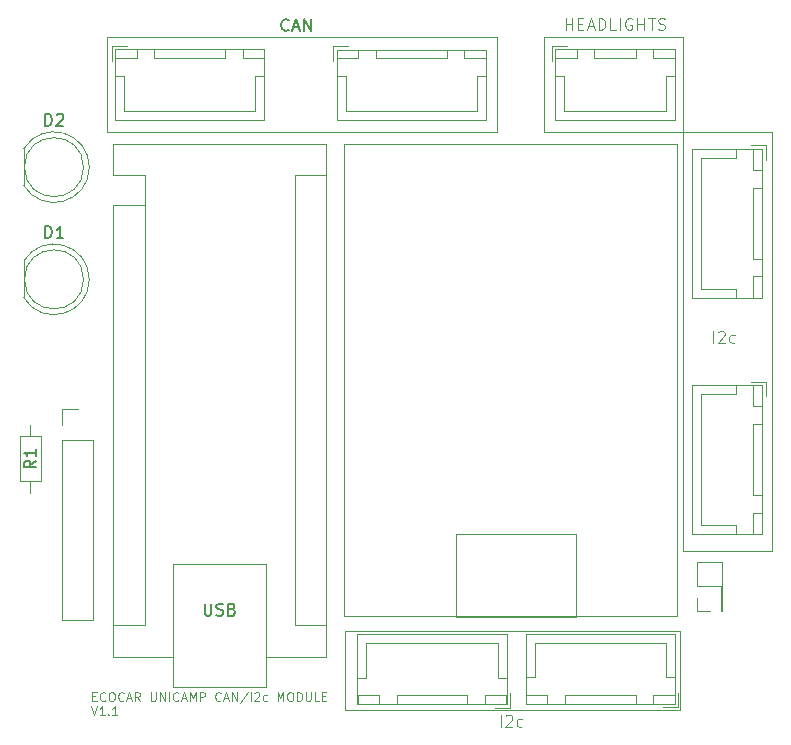
<source format=gbr>
%TF.GenerationSoftware,KiCad,Pcbnew,9.0.0*%
%TF.CreationDate,2025-03-15T15:19:18-03:00*%
%TF.ProjectId,can,63616e2e-6b69-4636-9164-5f7063625858,rev?*%
%TF.SameCoordinates,Original*%
%TF.FileFunction,Legend,Top*%
%TF.FilePolarity,Positive*%
%FSLAX46Y46*%
G04 Gerber Fmt 4.6, Leading zero omitted, Abs format (unit mm)*
G04 Created by KiCad (PCBNEW 9.0.0) date 2025-03-15 15:19:18*
%MOMM*%
%LPD*%
G01*
G04 APERTURE LIST*
%ADD10C,0.100000*%
%ADD11C,0.150000*%
%ADD12C,0.120000*%
G04 APERTURE END LIST*
D10*
X177803884Y-74872419D02*
X177803884Y-73872419D01*
X178232455Y-73967657D02*
X178280074Y-73920038D01*
X178280074Y-73920038D02*
X178375312Y-73872419D01*
X178375312Y-73872419D02*
X178613407Y-73872419D01*
X178613407Y-73872419D02*
X178708645Y-73920038D01*
X178708645Y-73920038D02*
X178756264Y-73967657D01*
X178756264Y-73967657D02*
X178803883Y-74062895D01*
X178803883Y-74062895D02*
X178803883Y-74158133D01*
X178803883Y-74158133D02*
X178756264Y-74300990D01*
X178756264Y-74300990D02*
X178184836Y-74872419D01*
X178184836Y-74872419D02*
X178803883Y-74872419D01*
X179661026Y-74824800D02*
X179565788Y-74872419D01*
X179565788Y-74872419D02*
X179375312Y-74872419D01*
X179375312Y-74872419D02*
X179280074Y-74824800D01*
X179280074Y-74824800D02*
X179232455Y-74777180D01*
X179232455Y-74777180D02*
X179184836Y-74681942D01*
X179184836Y-74681942D02*
X179184836Y-74396228D01*
X179184836Y-74396228D02*
X179232455Y-74300990D01*
X179232455Y-74300990D02*
X179280074Y-74253371D01*
X179280074Y-74253371D02*
X179375312Y-74205752D01*
X179375312Y-74205752D02*
X179565788Y-74205752D01*
X179565788Y-74205752D02*
X179661026Y-74253371D01*
X125244360Y-104802699D02*
X125494360Y-104802699D01*
X125601503Y-105195556D02*
X125244360Y-105195556D01*
X125244360Y-105195556D02*
X125244360Y-104445556D01*
X125244360Y-104445556D02*
X125601503Y-104445556D01*
X126351502Y-105124127D02*
X126315788Y-105159842D01*
X126315788Y-105159842D02*
X126208645Y-105195556D01*
X126208645Y-105195556D02*
X126137217Y-105195556D01*
X126137217Y-105195556D02*
X126030074Y-105159842D01*
X126030074Y-105159842D02*
X125958645Y-105088413D01*
X125958645Y-105088413D02*
X125922931Y-105016984D01*
X125922931Y-105016984D02*
X125887217Y-104874127D01*
X125887217Y-104874127D02*
X125887217Y-104766984D01*
X125887217Y-104766984D02*
X125922931Y-104624127D01*
X125922931Y-104624127D02*
X125958645Y-104552699D01*
X125958645Y-104552699D02*
X126030074Y-104481270D01*
X126030074Y-104481270D02*
X126137217Y-104445556D01*
X126137217Y-104445556D02*
X126208645Y-104445556D01*
X126208645Y-104445556D02*
X126315788Y-104481270D01*
X126315788Y-104481270D02*
X126351502Y-104516984D01*
X126815788Y-104445556D02*
X126958645Y-104445556D01*
X126958645Y-104445556D02*
X127030074Y-104481270D01*
X127030074Y-104481270D02*
X127101502Y-104552699D01*
X127101502Y-104552699D02*
X127137217Y-104695556D01*
X127137217Y-104695556D02*
X127137217Y-104945556D01*
X127137217Y-104945556D02*
X127101502Y-105088413D01*
X127101502Y-105088413D02*
X127030074Y-105159842D01*
X127030074Y-105159842D02*
X126958645Y-105195556D01*
X126958645Y-105195556D02*
X126815788Y-105195556D01*
X126815788Y-105195556D02*
X126744360Y-105159842D01*
X126744360Y-105159842D02*
X126672931Y-105088413D01*
X126672931Y-105088413D02*
X126637217Y-104945556D01*
X126637217Y-104945556D02*
X126637217Y-104695556D01*
X126637217Y-104695556D02*
X126672931Y-104552699D01*
X126672931Y-104552699D02*
X126744360Y-104481270D01*
X126744360Y-104481270D02*
X126815788Y-104445556D01*
X127887216Y-105124127D02*
X127851502Y-105159842D01*
X127851502Y-105159842D02*
X127744359Y-105195556D01*
X127744359Y-105195556D02*
X127672931Y-105195556D01*
X127672931Y-105195556D02*
X127565788Y-105159842D01*
X127565788Y-105159842D02*
X127494359Y-105088413D01*
X127494359Y-105088413D02*
X127458645Y-105016984D01*
X127458645Y-105016984D02*
X127422931Y-104874127D01*
X127422931Y-104874127D02*
X127422931Y-104766984D01*
X127422931Y-104766984D02*
X127458645Y-104624127D01*
X127458645Y-104624127D02*
X127494359Y-104552699D01*
X127494359Y-104552699D02*
X127565788Y-104481270D01*
X127565788Y-104481270D02*
X127672931Y-104445556D01*
X127672931Y-104445556D02*
X127744359Y-104445556D01*
X127744359Y-104445556D02*
X127851502Y-104481270D01*
X127851502Y-104481270D02*
X127887216Y-104516984D01*
X128172931Y-104981270D02*
X128530074Y-104981270D01*
X128101502Y-105195556D02*
X128351502Y-104445556D01*
X128351502Y-104445556D02*
X128601502Y-105195556D01*
X129280073Y-105195556D02*
X129030073Y-104838413D01*
X128851502Y-105195556D02*
X128851502Y-104445556D01*
X128851502Y-104445556D02*
X129137216Y-104445556D01*
X129137216Y-104445556D02*
X129208645Y-104481270D01*
X129208645Y-104481270D02*
X129244359Y-104516984D01*
X129244359Y-104516984D02*
X129280073Y-104588413D01*
X129280073Y-104588413D02*
X129280073Y-104695556D01*
X129280073Y-104695556D02*
X129244359Y-104766984D01*
X129244359Y-104766984D02*
X129208645Y-104802699D01*
X129208645Y-104802699D02*
X129137216Y-104838413D01*
X129137216Y-104838413D02*
X128851502Y-104838413D01*
X130172931Y-104445556D02*
X130172931Y-105052699D01*
X130172931Y-105052699D02*
X130208645Y-105124127D01*
X130208645Y-105124127D02*
X130244360Y-105159842D01*
X130244360Y-105159842D02*
X130315788Y-105195556D01*
X130315788Y-105195556D02*
X130458645Y-105195556D01*
X130458645Y-105195556D02*
X130530074Y-105159842D01*
X130530074Y-105159842D02*
X130565788Y-105124127D01*
X130565788Y-105124127D02*
X130601502Y-105052699D01*
X130601502Y-105052699D02*
X130601502Y-104445556D01*
X130958645Y-105195556D02*
X130958645Y-104445556D01*
X130958645Y-104445556D02*
X131387216Y-105195556D01*
X131387216Y-105195556D02*
X131387216Y-104445556D01*
X131744359Y-105195556D02*
X131744359Y-104445556D01*
X132530073Y-105124127D02*
X132494359Y-105159842D01*
X132494359Y-105159842D02*
X132387216Y-105195556D01*
X132387216Y-105195556D02*
X132315788Y-105195556D01*
X132315788Y-105195556D02*
X132208645Y-105159842D01*
X132208645Y-105159842D02*
X132137216Y-105088413D01*
X132137216Y-105088413D02*
X132101502Y-105016984D01*
X132101502Y-105016984D02*
X132065788Y-104874127D01*
X132065788Y-104874127D02*
X132065788Y-104766984D01*
X132065788Y-104766984D02*
X132101502Y-104624127D01*
X132101502Y-104624127D02*
X132137216Y-104552699D01*
X132137216Y-104552699D02*
X132208645Y-104481270D01*
X132208645Y-104481270D02*
X132315788Y-104445556D01*
X132315788Y-104445556D02*
X132387216Y-104445556D01*
X132387216Y-104445556D02*
X132494359Y-104481270D01*
X132494359Y-104481270D02*
X132530073Y-104516984D01*
X132815788Y-104981270D02*
X133172931Y-104981270D01*
X132744359Y-105195556D02*
X132994359Y-104445556D01*
X132994359Y-104445556D02*
X133244359Y-105195556D01*
X133494359Y-105195556D02*
X133494359Y-104445556D01*
X133494359Y-104445556D02*
X133744359Y-104981270D01*
X133744359Y-104981270D02*
X133994359Y-104445556D01*
X133994359Y-104445556D02*
X133994359Y-105195556D01*
X134351502Y-105195556D02*
X134351502Y-104445556D01*
X134351502Y-104445556D02*
X134637216Y-104445556D01*
X134637216Y-104445556D02*
X134708645Y-104481270D01*
X134708645Y-104481270D02*
X134744359Y-104516984D01*
X134744359Y-104516984D02*
X134780073Y-104588413D01*
X134780073Y-104588413D02*
X134780073Y-104695556D01*
X134780073Y-104695556D02*
X134744359Y-104766984D01*
X134744359Y-104766984D02*
X134708645Y-104802699D01*
X134708645Y-104802699D02*
X134637216Y-104838413D01*
X134637216Y-104838413D02*
X134351502Y-104838413D01*
X136101502Y-105124127D02*
X136065788Y-105159842D01*
X136065788Y-105159842D02*
X135958645Y-105195556D01*
X135958645Y-105195556D02*
X135887217Y-105195556D01*
X135887217Y-105195556D02*
X135780074Y-105159842D01*
X135780074Y-105159842D02*
X135708645Y-105088413D01*
X135708645Y-105088413D02*
X135672931Y-105016984D01*
X135672931Y-105016984D02*
X135637217Y-104874127D01*
X135637217Y-104874127D02*
X135637217Y-104766984D01*
X135637217Y-104766984D02*
X135672931Y-104624127D01*
X135672931Y-104624127D02*
X135708645Y-104552699D01*
X135708645Y-104552699D02*
X135780074Y-104481270D01*
X135780074Y-104481270D02*
X135887217Y-104445556D01*
X135887217Y-104445556D02*
X135958645Y-104445556D01*
X135958645Y-104445556D02*
X136065788Y-104481270D01*
X136065788Y-104481270D02*
X136101502Y-104516984D01*
X136387217Y-104981270D02*
X136744360Y-104981270D01*
X136315788Y-105195556D02*
X136565788Y-104445556D01*
X136565788Y-104445556D02*
X136815788Y-105195556D01*
X137065788Y-105195556D02*
X137065788Y-104445556D01*
X137065788Y-104445556D02*
X137494359Y-105195556D01*
X137494359Y-105195556D02*
X137494359Y-104445556D01*
X138387216Y-104409842D02*
X137744359Y-105374127D01*
X138637216Y-105195556D02*
X138637216Y-104445556D01*
X138958645Y-104516984D02*
X138994359Y-104481270D01*
X138994359Y-104481270D02*
X139065788Y-104445556D01*
X139065788Y-104445556D02*
X139244359Y-104445556D01*
X139244359Y-104445556D02*
X139315788Y-104481270D01*
X139315788Y-104481270D02*
X139351502Y-104516984D01*
X139351502Y-104516984D02*
X139387216Y-104588413D01*
X139387216Y-104588413D02*
X139387216Y-104659842D01*
X139387216Y-104659842D02*
X139351502Y-104766984D01*
X139351502Y-104766984D02*
X138922930Y-105195556D01*
X138922930Y-105195556D02*
X139387216Y-105195556D01*
X140030074Y-105159842D02*
X139958645Y-105195556D01*
X139958645Y-105195556D02*
X139815788Y-105195556D01*
X139815788Y-105195556D02*
X139744359Y-105159842D01*
X139744359Y-105159842D02*
X139708645Y-105124127D01*
X139708645Y-105124127D02*
X139672931Y-105052699D01*
X139672931Y-105052699D02*
X139672931Y-104838413D01*
X139672931Y-104838413D02*
X139708645Y-104766984D01*
X139708645Y-104766984D02*
X139744359Y-104731270D01*
X139744359Y-104731270D02*
X139815788Y-104695556D01*
X139815788Y-104695556D02*
X139958645Y-104695556D01*
X139958645Y-104695556D02*
X140030074Y-104731270D01*
X140922931Y-105195556D02*
X140922931Y-104445556D01*
X140922931Y-104445556D02*
X141172931Y-104981270D01*
X141172931Y-104981270D02*
X141422931Y-104445556D01*
X141422931Y-104445556D02*
X141422931Y-105195556D01*
X141922931Y-104445556D02*
X142065788Y-104445556D01*
X142065788Y-104445556D02*
X142137217Y-104481270D01*
X142137217Y-104481270D02*
X142208645Y-104552699D01*
X142208645Y-104552699D02*
X142244360Y-104695556D01*
X142244360Y-104695556D02*
X142244360Y-104945556D01*
X142244360Y-104945556D02*
X142208645Y-105088413D01*
X142208645Y-105088413D02*
X142137217Y-105159842D01*
X142137217Y-105159842D02*
X142065788Y-105195556D01*
X142065788Y-105195556D02*
X141922931Y-105195556D01*
X141922931Y-105195556D02*
X141851503Y-105159842D01*
X141851503Y-105159842D02*
X141780074Y-105088413D01*
X141780074Y-105088413D02*
X141744360Y-104945556D01*
X141744360Y-104945556D02*
X141744360Y-104695556D01*
X141744360Y-104695556D02*
X141780074Y-104552699D01*
X141780074Y-104552699D02*
X141851503Y-104481270D01*
X141851503Y-104481270D02*
X141922931Y-104445556D01*
X142565788Y-105195556D02*
X142565788Y-104445556D01*
X142565788Y-104445556D02*
X142744359Y-104445556D01*
X142744359Y-104445556D02*
X142851502Y-104481270D01*
X142851502Y-104481270D02*
X142922931Y-104552699D01*
X142922931Y-104552699D02*
X142958645Y-104624127D01*
X142958645Y-104624127D02*
X142994359Y-104766984D01*
X142994359Y-104766984D02*
X142994359Y-104874127D01*
X142994359Y-104874127D02*
X142958645Y-105016984D01*
X142958645Y-105016984D02*
X142922931Y-105088413D01*
X142922931Y-105088413D02*
X142851502Y-105159842D01*
X142851502Y-105159842D02*
X142744359Y-105195556D01*
X142744359Y-105195556D02*
X142565788Y-105195556D01*
X143315788Y-104445556D02*
X143315788Y-105052699D01*
X143315788Y-105052699D02*
X143351502Y-105124127D01*
X143351502Y-105124127D02*
X143387217Y-105159842D01*
X143387217Y-105159842D02*
X143458645Y-105195556D01*
X143458645Y-105195556D02*
X143601502Y-105195556D01*
X143601502Y-105195556D02*
X143672931Y-105159842D01*
X143672931Y-105159842D02*
X143708645Y-105124127D01*
X143708645Y-105124127D02*
X143744359Y-105052699D01*
X143744359Y-105052699D02*
X143744359Y-104445556D01*
X144458645Y-105195556D02*
X144101502Y-105195556D01*
X144101502Y-105195556D02*
X144101502Y-104445556D01*
X144708645Y-104802699D02*
X144958645Y-104802699D01*
X145065788Y-105195556D02*
X144708645Y-105195556D01*
X144708645Y-105195556D02*
X144708645Y-104445556D01*
X144708645Y-104445556D02*
X145065788Y-104445556D01*
X125137217Y-105653014D02*
X125387217Y-106403014D01*
X125387217Y-106403014D02*
X125637217Y-105653014D01*
X126280074Y-106403014D02*
X125851503Y-106403014D01*
X126065788Y-106403014D02*
X126065788Y-105653014D01*
X126065788Y-105653014D02*
X125994360Y-105760157D01*
X125994360Y-105760157D02*
X125922931Y-105831585D01*
X125922931Y-105831585D02*
X125851503Y-105867300D01*
X126601503Y-106331585D02*
X126637217Y-106367300D01*
X126637217Y-106367300D02*
X126601503Y-106403014D01*
X126601503Y-106403014D02*
X126565789Y-106367300D01*
X126565789Y-106367300D02*
X126601503Y-106331585D01*
X126601503Y-106331585D02*
X126601503Y-106403014D01*
X127351503Y-106403014D02*
X126922932Y-106403014D01*
X127137217Y-106403014D02*
X127137217Y-105653014D01*
X127137217Y-105653014D02*
X127065789Y-105760157D01*
X127065789Y-105760157D02*
X126994360Y-105831585D01*
X126994360Y-105831585D02*
X126922932Y-105867300D01*
X165303884Y-48372419D02*
X165303884Y-47372419D01*
X165303884Y-47848609D02*
X165875312Y-47848609D01*
X165875312Y-48372419D02*
X165875312Y-47372419D01*
X166351503Y-47848609D02*
X166684836Y-47848609D01*
X166827693Y-48372419D02*
X166351503Y-48372419D01*
X166351503Y-48372419D02*
X166351503Y-47372419D01*
X166351503Y-47372419D02*
X166827693Y-47372419D01*
X167208646Y-48086704D02*
X167684836Y-48086704D01*
X167113408Y-48372419D02*
X167446741Y-47372419D01*
X167446741Y-47372419D02*
X167780074Y-48372419D01*
X168113408Y-48372419D02*
X168113408Y-47372419D01*
X168113408Y-47372419D02*
X168351503Y-47372419D01*
X168351503Y-47372419D02*
X168494360Y-47420038D01*
X168494360Y-47420038D02*
X168589598Y-47515276D01*
X168589598Y-47515276D02*
X168637217Y-47610514D01*
X168637217Y-47610514D02*
X168684836Y-47800990D01*
X168684836Y-47800990D02*
X168684836Y-47943847D01*
X168684836Y-47943847D02*
X168637217Y-48134323D01*
X168637217Y-48134323D02*
X168589598Y-48229561D01*
X168589598Y-48229561D02*
X168494360Y-48324800D01*
X168494360Y-48324800D02*
X168351503Y-48372419D01*
X168351503Y-48372419D02*
X168113408Y-48372419D01*
X169589598Y-48372419D02*
X169113408Y-48372419D01*
X169113408Y-48372419D02*
X169113408Y-47372419D01*
X169922932Y-48372419D02*
X169922932Y-47372419D01*
X170922931Y-47420038D02*
X170827693Y-47372419D01*
X170827693Y-47372419D02*
X170684836Y-47372419D01*
X170684836Y-47372419D02*
X170541979Y-47420038D01*
X170541979Y-47420038D02*
X170446741Y-47515276D01*
X170446741Y-47515276D02*
X170399122Y-47610514D01*
X170399122Y-47610514D02*
X170351503Y-47800990D01*
X170351503Y-47800990D02*
X170351503Y-47943847D01*
X170351503Y-47943847D02*
X170399122Y-48134323D01*
X170399122Y-48134323D02*
X170446741Y-48229561D01*
X170446741Y-48229561D02*
X170541979Y-48324800D01*
X170541979Y-48324800D02*
X170684836Y-48372419D01*
X170684836Y-48372419D02*
X170780074Y-48372419D01*
X170780074Y-48372419D02*
X170922931Y-48324800D01*
X170922931Y-48324800D02*
X170970550Y-48277180D01*
X170970550Y-48277180D02*
X170970550Y-47943847D01*
X170970550Y-47943847D02*
X170780074Y-47943847D01*
X171399122Y-48372419D02*
X171399122Y-47372419D01*
X171399122Y-47848609D02*
X171970550Y-47848609D01*
X171970550Y-48372419D02*
X171970550Y-47372419D01*
X172303884Y-47372419D02*
X172875312Y-47372419D01*
X172589598Y-48372419D02*
X172589598Y-47372419D01*
X173161027Y-48324800D02*
X173303884Y-48372419D01*
X173303884Y-48372419D02*
X173541979Y-48372419D01*
X173541979Y-48372419D02*
X173637217Y-48324800D01*
X173637217Y-48324800D02*
X173684836Y-48277180D01*
X173684836Y-48277180D02*
X173732455Y-48181942D01*
X173732455Y-48181942D02*
X173732455Y-48086704D01*
X173732455Y-48086704D02*
X173684836Y-47991466D01*
X173684836Y-47991466D02*
X173637217Y-47943847D01*
X173637217Y-47943847D02*
X173541979Y-47896228D01*
X173541979Y-47896228D02*
X173351503Y-47848609D01*
X173351503Y-47848609D02*
X173256265Y-47800990D01*
X173256265Y-47800990D02*
X173208646Y-47753371D01*
X173208646Y-47753371D02*
X173161027Y-47658133D01*
X173161027Y-47658133D02*
X173161027Y-47562895D01*
X173161027Y-47562895D02*
X173208646Y-47467657D01*
X173208646Y-47467657D02*
X173256265Y-47420038D01*
X173256265Y-47420038D02*
X173351503Y-47372419D01*
X173351503Y-47372419D02*
X173589598Y-47372419D01*
X173589598Y-47372419D02*
X173732455Y-47420038D01*
X163500000Y-49000000D02*
X175250000Y-49000000D01*
X175250000Y-57000000D01*
X163500000Y-57000000D01*
X163500000Y-49000000D01*
X126500000Y-49000000D02*
X159500000Y-49000000D01*
X159500000Y-57000000D01*
X126500000Y-57000000D01*
X126500000Y-49000000D01*
X175250000Y-57000000D02*
X182750000Y-57000000D01*
X182750000Y-92500000D01*
X175250000Y-92500000D01*
X175250000Y-57000000D01*
X159803884Y-107372419D02*
X159803884Y-106372419D01*
X160232455Y-106467657D02*
X160280074Y-106420038D01*
X160280074Y-106420038D02*
X160375312Y-106372419D01*
X160375312Y-106372419D02*
X160613407Y-106372419D01*
X160613407Y-106372419D02*
X160708645Y-106420038D01*
X160708645Y-106420038D02*
X160756264Y-106467657D01*
X160756264Y-106467657D02*
X160803883Y-106562895D01*
X160803883Y-106562895D02*
X160803883Y-106658133D01*
X160803883Y-106658133D02*
X160756264Y-106800990D01*
X160756264Y-106800990D02*
X160184836Y-107372419D01*
X160184836Y-107372419D02*
X160803883Y-107372419D01*
X161661026Y-107324800D02*
X161565788Y-107372419D01*
X161565788Y-107372419D02*
X161375312Y-107372419D01*
X161375312Y-107372419D02*
X161280074Y-107324800D01*
X161280074Y-107324800D02*
X161232455Y-107277180D01*
X161232455Y-107277180D02*
X161184836Y-107181942D01*
X161184836Y-107181942D02*
X161184836Y-106896228D01*
X161184836Y-106896228D02*
X161232455Y-106800990D01*
X161232455Y-106800990D02*
X161280074Y-106753371D01*
X161280074Y-106753371D02*
X161375312Y-106705752D01*
X161375312Y-106705752D02*
X161565788Y-106705752D01*
X161565788Y-106705752D02*
X161661026Y-106753371D01*
X146650000Y-99250000D02*
X175000000Y-99250000D01*
X175000000Y-106000000D01*
X146650000Y-106000000D01*
X146650000Y-99250000D01*
D11*
X120454819Y-84856666D02*
X119978628Y-85189999D01*
X120454819Y-85428094D02*
X119454819Y-85428094D01*
X119454819Y-85428094D02*
X119454819Y-85047142D01*
X119454819Y-85047142D02*
X119502438Y-84951904D01*
X119502438Y-84951904D02*
X119550057Y-84904285D01*
X119550057Y-84904285D02*
X119645295Y-84856666D01*
X119645295Y-84856666D02*
X119788152Y-84856666D01*
X119788152Y-84856666D02*
X119883390Y-84904285D01*
X119883390Y-84904285D02*
X119931009Y-84951904D01*
X119931009Y-84951904D02*
X119978628Y-85047142D01*
X119978628Y-85047142D02*
X119978628Y-85428094D01*
X120454819Y-83904285D02*
X120454819Y-84475713D01*
X120454819Y-84189999D02*
X119454819Y-84189999D01*
X119454819Y-84189999D02*
X119597676Y-84285237D01*
X119597676Y-84285237D02*
X119692914Y-84380475D01*
X119692914Y-84380475D02*
X119740533Y-84475713D01*
X141857142Y-48359580D02*
X141809523Y-48407200D01*
X141809523Y-48407200D02*
X141666666Y-48454819D01*
X141666666Y-48454819D02*
X141571428Y-48454819D01*
X141571428Y-48454819D02*
X141428571Y-48407200D01*
X141428571Y-48407200D02*
X141333333Y-48311961D01*
X141333333Y-48311961D02*
X141285714Y-48216723D01*
X141285714Y-48216723D02*
X141238095Y-48026247D01*
X141238095Y-48026247D02*
X141238095Y-47883390D01*
X141238095Y-47883390D02*
X141285714Y-47692914D01*
X141285714Y-47692914D02*
X141333333Y-47597676D01*
X141333333Y-47597676D02*
X141428571Y-47502438D01*
X141428571Y-47502438D02*
X141571428Y-47454819D01*
X141571428Y-47454819D02*
X141666666Y-47454819D01*
X141666666Y-47454819D02*
X141809523Y-47502438D01*
X141809523Y-47502438D02*
X141857142Y-47550057D01*
X142238095Y-48169104D02*
X142714285Y-48169104D01*
X142142857Y-48454819D02*
X142476190Y-47454819D01*
X142476190Y-47454819D02*
X142809523Y-48454819D01*
X143142857Y-48454819D02*
X143142857Y-47454819D01*
X143142857Y-47454819D02*
X143714285Y-48454819D01*
X143714285Y-48454819D02*
X143714285Y-47454819D01*
X121256905Y-56494819D02*
X121256905Y-55494819D01*
X121256905Y-55494819D02*
X121495000Y-55494819D01*
X121495000Y-55494819D02*
X121637857Y-55542438D01*
X121637857Y-55542438D02*
X121733095Y-55637676D01*
X121733095Y-55637676D02*
X121780714Y-55732914D01*
X121780714Y-55732914D02*
X121828333Y-55923390D01*
X121828333Y-55923390D02*
X121828333Y-56066247D01*
X121828333Y-56066247D02*
X121780714Y-56256723D01*
X121780714Y-56256723D02*
X121733095Y-56351961D01*
X121733095Y-56351961D02*
X121637857Y-56447200D01*
X121637857Y-56447200D02*
X121495000Y-56494819D01*
X121495000Y-56494819D02*
X121256905Y-56494819D01*
X122209286Y-55590057D02*
X122256905Y-55542438D01*
X122256905Y-55542438D02*
X122352143Y-55494819D01*
X122352143Y-55494819D02*
X122590238Y-55494819D01*
X122590238Y-55494819D02*
X122685476Y-55542438D01*
X122685476Y-55542438D02*
X122733095Y-55590057D01*
X122733095Y-55590057D02*
X122780714Y-55685295D01*
X122780714Y-55685295D02*
X122780714Y-55780533D01*
X122780714Y-55780533D02*
X122733095Y-55923390D01*
X122733095Y-55923390D02*
X122161667Y-56494819D01*
X122161667Y-56494819D02*
X122780714Y-56494819D01*
X121256905Y-65994819D02*
X121256905Y-64994819D01*
X121256905Y-64994819D02*
X121495000Y-64994819D01*
X121495000Y-64994819D02*
X121637857Y-65042438D01*
X121637857Y-65042438D02*
X121733095Y-65137676D01*
X121733095Y-65137676D02*
X121780714Y-65232914D01*
X121780714Y-65232914D02*
X121828333Y-65423390D01*
X121828333Y-65423390D02*
X121828333Y-65566247D01*
X121828333Y-65566247D02*
X121780714Y-65756723D01*
X121780714Y-65756723D02*
X121733095Y-65851961D01*
X121733095Y-65851961D02*
X121637857Y-65947200D01*
X121637857Y-65947200D02*
X121495000Y-65994819D01*
X121495000Y-65994819D02*
X121256905Y-65994819D01*
X122780714Y-65994819D02*
X122209286Y-65994819D01*
X122495000Y-65994819D02*
X122495000Y-64994819D01*
X122495000Y-64994819D02*
X122399762Y-65137676D01*
X122399762Y-65137676D02*
X122304524Y-65232914D01*
X122304524Y-65232914D02*
X122209286Y-65280533D01*
X134748095Y-96964819D02*
X134748095Y-97774342D01*
X134748095Y-97774342D02*
X134795714Y-97869580D01*
X134795714Y-97869580D02*
X134843333Y-97917200D01*
X134843333Y-97917200D02*
X134938571Y-97964819D01*
X134938571Y-97964819D02*
X135129047Y-97964819D01*
X135129047Y-97964819D02*
X135224285Y-97917200D01*
X135224285Y-97917200D02*
X135271904Y-97869580D01*
X135271904Y-97869580D02*
X135319523Y-97774342D01*
X135319523Y-97774342D02*
X135319523Y-96964819D01*
X135748095Y-97917200D02*
X135890952Y-97964819D01*
X135890952Y-97964819D02*
X136129047Y-97964819D01*
X136129047Y-97964819D02*
X136224285Y-97917200D01*
X136224285Y-97917200D02*
X136271904Y-97869580D01*
X136271904Y-97869580D02*
X136319523Y-97774342D01*
X136319523Y-97774342D02*
X136319523Y-97679104D01*
X136319523Y-97679104D02*
X136271904Y-97583866D01*
X136271904Y-97583866D02*
X136224285Y-97536247D01*
X136224285Y-97536247D02*
X136129047Y-97488628D01*
X136129047Y-97488628D02*
X135938571Y-97441009D01*
X135938571Y-97441009D02*
X135843333Y-97393390D01*
X135843333Y-97393390D02*
X135795714Y-97345771D01*
X135795714Y-97345771D02*
X135748095Y-97250533D01*
X135748095Y-97250533D02*
X135748095Y-97155295D01*
X135748095Y-97155295D02*
X135795714Y-97060057D01*
X135795714Y-97060057D02*
X135843333Y-97012438D01*
X135843333Y-97012438D02*
X135938571Y-96964819D01*
X135938571Y-96964819D02*
X136176666Y-96964819D01*
X136176666Y-96964819D02*
X136319523Y-97012438D01*
X137081428Y-97441009D02*
X137224285Y-97488628D01*
X137224285Y-97488628D02*
X137271904Y-97536247D01*
X137271904Y-97536247D02*
X137319523Y-97631485D01*
X137319523Y-97631485D02*
X137319523Y-97774342D01*
X137319523Y-97774342D02*
X137271904Y-97869580D01*
X137271904Y-97869580D02*
X137224285Y-97917200D01*
X137224285Y-97917200D02*
X137129047Y-97964819D01*
X137129047Y-97964819D02*
X136748095Y-97964819D01*
X136748095Y-97964819D02*
X136748095Y-96964819D01*
X136748095Y-96964819D02*
X137081428Y-96964819D01*
X137081428Y-96964819D02*
X137176666Y-97012438D01*
X137176666Y-97012438D02*
X137224285Y-97060057D01*
X137224285Y-97060057D02*
X137271904Y-97155295D01*
X137271904Y-97155295D02*
X137271904Y-97250533D01*
X137271904Y-97250533D02*
X137224285Y-97345771D01*
X137224285Y-97345771D02*
X137176666Y-97393390D01*
X137176666Y-97393390D02*
X137081428Y-97441009D01*
X137081428Y-97441009D02*
X136748095Y-97441009D01*
D12*
%TO.C,J1*%
X139810000Y-55985000D02*
X139810000Y-50015000D01*
X139810000Y-50015000D02*
X127190000Y-50015000D01*
X139800000Y-52275000D02*
X139050000Y-52275000D01*
X139800000Y-50775000D02*
X139800000Y-50025000D01*
X139800000Y-50025000D02*
X138000000Y-50025000D01*
X139050000Y-55225000D02*
X133500000Y-55225000D01*
X139050000Y-52275000D02*
X139050000Y-55225000D01*
X138000000Y-50775000D02*
X139800000Y-50775000D01*
X138000000Y-50025000D02*
X138000000Y-50775000D01*
X136500000Y-50775000D02*
X136500000Y-50025000D01*
X136500000Y-50025000D02*
X130500000Y-50025000D01*
X130500000Y-50775000D02*
X136500000Y-50775000D01*
X130500000Y-50025000D02*
X130500000Y-50775000D01*
X129000000Y-50775000D02*
X129000000Y-50025000D01*
X129000000Y-50025000D02*
X127200000Y-50025000D01*
X128150000Y-49725000D02*
X126900000Y-49725000D01*
X127950000Y-55225000D02*
X133500000Y-55225000D01*
X127950000Y-52275000D02*
X127950000Y-55225000D01*
X127200000Y-52275000D02*
X127950000Y-52275000D01*
X127200000Y-50775000D02*
X129000000Y-50775000D01*
X127200000Y-50025000D02*
X127200000Y-50775000D01*
X127190000Y-55985000D02*
X139810000Y-55985000D01*
X127190000Y-50015000D02*
X127190000Y-55985000D01*
X126900000Y-49725000D02*
X126900000Y-50975000D01*
%TO.C,J6*%
X147690000Y-99515000D02*
X147690000Y-105485000D01*
X147690000Y-105485000D02*
X160310000Y-105485000D01*
X147700000Y-103225000D02*
X148450000Y-103225000D01*
X147700000Y-104725000D02*
X147700000Y-105475000D01*
X147700000Y-105475000D02*
X149500000Y-105475000D01*
X148450000Y-100275000D02*
X154000000Y-100275000D01*
X148450000Y-103225000D02*
X148450000Y-100275000D01*
X149500000Y-104725000D02*
X147700000Y-104725000D01*
X149500000Y-105475000D02*
X149500000Y-104725000D01*
X151000000Y-104725000D02*
X151000000Y-105475000D01*
X151000000Y-105475000D02*
X157000000Y-105475000D01*
X157000000Y-104725000D02*
X151000000Y-104725000D01*
X157000000Y-105475000D02*
X157000000Y-104725000D01*
X158500000Y-104725000D02*
X158500000Y-105475000D01*
X158500000Y-105475000D02*
X160300000Y-105475000D01*
X159350000Y-105775000D02*
X160600000Y-105775000D01*
X159550000Y-100275000D02*
X154000000Y-100275000D01*
X159550000Y-103225000D02*
X159550000Y-100275000D01*
X160300000Y-103225000D02*
X159550000Y-103225000D01*
X160300000Y-104725000D02*
X158500000Y-104725000D01*
X160300000Y-105475000D02*
X160300000Y-104725000D01*
X160310000Y-99515000D02*
X147690000Y-99515000D01*
X160310000Y-105485000D02*
X160310000Y-99515000D01*
X160600000Y-105775000D02*
X160600000Y-104525000D01*
%TO.C,J9*%
X125330000Y-83070000D02*
X125330000Y-98370000D01*
X122670000Y-98370000D02*
X125330000Y-98370000D01*
X122670000Y-83070000D02*
X125330000Y-83070000D01*
X122670000Y-83070000D02*
X122670000Y-98370000D01*
X122670000Y-81800000D02*
X122670000Y-80470000D01*
X122670000Y-80470000D02*
X124000000Y-80470000D01*
%TO.C,R1*%
X120000000Y-81820000D02*
X120000000Y-82770000D01*
X120920000Y-82770000D02*
X119080000Y-82770000D01*
X119080000Y-82770000D02*
X119080000Y-86610000D01*
X120920000Y-86610000D02*
X120920000Y-82770000D01*
X119080000Y-86610000D02*
X120920000Y-86610000D01*
X120000000Y-87560000D02*
X120000000Y-86610000D01*
%TO.C,M1*%
D10*
X146525000Y-58075000D02*
X174725000Y-58075000D01*
X174725000Y-97975000D01*
X146525000Y-97975000D01*
X146525000Y-58075000D01*
X156050000Y-91095000D02*
X166210000Y-91095000D01*
X166210000Y-98080000D01*
X156050000Y-98080000D01*
X156050000Y-91095000D01*
D12*
%TO.C,J8*%
X176440000Y-97560000D02*
X176440000Y-96500000D01*
X177500000Y-97560000D02*
X176440000Y-97560000D01*
X178500000Y-97560000D02*
X178560000Y-97560000D01*
X178500000Y-97560000D02*
X178500000Y-95500000D01*
X178560000Y-97560000D02*
X178560000Y-93440000D01*
X176440000Y-95500000D02*
X176440000Y-93440000D01*
X178500000Y-95500000D02*
X176440000Y-95500000D01*
X176440000Y-93440000D02*
X178560000Y-93440000D01*
%TO.C,CAN*%
X164150000Y-49725000D02*
X164150000Y-50975000D01*
X164440000Y-50015000D02*
X164440000Y-55985000D01*
X164440000Y-55985000D02*
X174560000Y-55985000D01*
X164450000Y-50025000D02*
X164450000Y-50775000D01*
X164450000Y-50775000D02*
X166250000Y-50775000D01*
X164450000Y-52275000D02*
X165200000Y-52275000D01*
X165200000Y-52275000D02*
X165200000Y-55225000D01*
X165200000Y-55225000D02*
X169500000Y-55225000D01*
X165400000Y-49725000D02*
X164150000Y-49725000D01*
X166250000Y-50025000D02*
X164450000Y-50025000D01*
X166250000Y-50775000D02*
X166250000Y-50025000D01*
X167750000Y-50025000D02*
X167750000Y-50775000D01*
X167750000Y-50775000D02*
X171250000Y-50775000D01*
X171250000Y-50025000D02*
X167750000Y-50025000D01*
X171250000Y-50775000D02*
X171250000Y-50025000D01*
X172750000Y-50025000D02*
X172750000Y-50775000D01*
X172750000Y-50775000D02*
X174550000Y-50775000D01*
X173800000Y-52275000D02*
X173800000Y-55225000D01*
X173800000Y-55225000D02*
X169500000Y-55225000D01*
X174550000Y-50025000D02*
X172750000Y-50025000D01*
X174550000Y-50775000D02*
X174550000Y-50025000D01*
X174550000Y-52275000D02*
X173800000Y-52275000D01*
X174560000Y-50015000D02*
X164440000Y-50015000D01*
X174560000Y-55985000D02*
X174560000Y-50015000D01*
%TO.C,J5*%
X174850000Y-105750000D02*
X174850000Y-104500000D01*
X174560000Y-105460000D02*
X174560000Y-99490000D01*
X174560000Y-99490000D02*
X161940000Y-99490000D01*
X174550000Y-105450000D02*
X174550000Y-104700000D01*
X174550000Y-104700000D02*
X172750000Y-104700000D01*
X174550000Y-103200000D02*
X173800000Y-103200000D01*
X173800000Y-103200000D02*
X173800000Y-100250000D01*
X173800000Y-100250000D02*
X168250000Y-100250000D01*
X173600000Y-105750000D02*
X174850000Y-105750000D01*
X172750000Y-105450000D02*
X174550000Y-105450000D01*
X172750000Y-104700000D02*
X172750000Y-105450000D01*
X171250000Y-105450000D02*
X171250000Y-104700000D01*
X171250000Y-104700000D02*
X165250000Y-104700000D01*
X165250000Y-105450000D02*
X171250000Y-105450000D01*
X165250000Y-104700000D02*
X165250000Y-105450000D01*
X163750000Y-105450000D02*
X163750000Y-104700000D01*
X163750000Y-104700000D02*
X161950000Y-104700000D01*
X162700000Y-103200000D02*
X162700000Y-100250000D01*
X162700000Y-100250000D02*
X168250000Y-100250000D01*
X161950000Y-105450000D02*
X163750000Y-105450000D01*
X161950000Y-104700000D02*
X161950000Y-105450000D01*
X161950000Y-103200000D02*
X162700000Y-103200000D01*
X161940000Y-105460000D02*
X174560000Y-105460000D01*
X161940000Y-99490000D02*
X161940000Y-105460000D01*
%TO.C,J4*%
X182250000Y-78150000D02*
X181000000Y-78150000D01*
X181960000Y-78440000D02*
X175990000Y-78440000D01*
X175990000Y-78440000D02*
X175990000Y-91060000D01*
X181950000Y-78450000D02*
X181200000Y-78450000D01*
X181200000Y-78450000D02*
X181200000Y-80250000D01*
X179700000Y-78450000D02*
X179700000Y-79200000D01*
X179700000Y-79200000D02*
X176750000Y-79200000D01*
X176750000Y-79200000D02*
X176750000Y-84750000D01*
X182250000Y-79400000D02*
X182250000Y-78150000D01*
X181950000Y-80250000D02*
X181950000Y-78450000D01*
X181200000Y-80250000D02*
X181950000Y-80250000D01*
X181950000Y-81750000D02*
X181200000Y-81750000D01*
X181200000Y-81750000D02*
X181200000Y-87750000D01*
X181950000Y-87750000D02*
X181950000Y-81750000D01*
X181200000Y-87750000D02*
X181950000Y-87750000D01*
X181950000Y-89250000D02*
X181200000Y-89250000D01*
X181200000Y-89250000D02*
X181200000Y-91050000D01*
X179700000Y-90300000D02*
X176750000Y-90300000D01*
X176750000Y-90300000D02*
X176750000Y-84750000D01*
X181950000Y-91050000D02*
X181950000Y-89250000D01*
X181200000Y-91050000D02*
X181950000Y-91050000D01*
X179700000Y-91050000D02*
X179700000Y-90300000D01*
X181960000Y-91060000D02*
X181960000Y-78440000D01*
X175990000Y-91060000D02*
X181960000Y-91060000D01*
%TO.C,J3*%
X182250000Y-58150000D02*
X181000000Y-58150000D01*
X181960000Y-58440000D02*
X175990000Y-58440000D01*
X175990000Y-58440000D02*
X175990000Y-71060000D01*
X181950000Y-58450000D02*
X181200000Y-58450000D01*
X181200000Y-58450000D02*
X181200000Y-60250000D01*
X179700000Y-58450000D02*
X179700000Y-59200000D01*
X179700000Y-59200000D02*
X176750000Y-59200000D01*
X176750000Y-59200000D02*
X176750000Y-64750000D01*
X182250000Y-59400000D02*
X182250000Y-58150000D01*
X181950000Y-60250000D02*
X181950000Y-58450000D01*
X181200000Y-60250000D02*
X181950000Y-60250000D01*
X181950000Y-61750000D02*
X181200000Y-61750000D01*
X181200000Y-61750000D02*
X181200000Y-67750000D01*
X181950000Y-67750000D02*
X181950000Y-61750000D01*
X181200000Y-67750000D02*
X181950000Y-67750000D01*
X181950000Y-69250000D02*
X181200000Y-69250000D01*
X181200000Y-69250000D02*
X181200000Y-71050000D01*
X179700000Y-70300000D02*
X176750000Y-70300000D01*
X176750000Y-70300000D02*
X176750000Y-64750000D01*
X181950000Y-71050000D02*
X181950000Y-69250000D01*
X181200000Y-71050000D02*
X181950000Y-71050000D01*
X179700000Y-71050000D02*
X179700000Y-70300000D01*
X181960000Y-71060000D02*
X181960000Y-58440000D01*
X175990000Y-71060000D02*
X181960000Y-71060000D01*
%TO.C,J2*%
X145650000Y-49750000D02*
X145650000Y-51000000D01*
X145940000Y-50040000D02*
X145940000Y-56010000D01*
X145940000Y-56010000D02*
X158560000Y-56010000D01*
X145950000Y-50050000D02*
X145950000Y-50800000D01*
X145950000Y-50800000D02*
X147750000Y-50800000D01*
X145950000Y-52300000D02*
X146700000Y-52300000D01*
X146700000Y-52300000D02*
X146700000Y-55250000D01*
X146700000Y-55250000D02*
X152250000Y-55250000D01*
X146900000Y-49750000D02*
X145650000Y-49750000D01*
X147750000Y-50050000D02*
X145950000Y-50050000D01*
X147750000Y-50800000D02*
X147750000Y-50050000D01*
X149250000Y-50050000D02*
X149250000Y-50800000D01*
X149250000Y-50800000D02*
X155250000Y-50800000D01*
X155250000Y-50050000D02*
X149250000Y-50050000D01*
X155250000Y-50800000D02*
X155250000Y-50050000D01*
X156750000Y-50050000D02*
X156750000Y-50800000D01*
X156750000Y-50800000D02*
X158550000Y-50800000D01*
X157800000Y-52300000D02*
X157800000Y-55250000D01*
X157800000Y-55250000D02*
X152250000Y-55250000D01*
X158550000Y-50050000D02*
X156750000Y-50050000D01*
X158550000Y-50800000D02*
X158550000Y-50050000D01*
X158550000Y-52300000D02*
X157800000Y-52300000D01*
X158560000Y-50040000D02*
X145940000Y-50040000D01*
X158560000Y-56010000D02*
X158560000Y-50040000D01*
%TO.C,D2*%
X119435000Y-58455000D02*
X119435000Y-61545000D01*
X119435000Y-58455170D02*
G75*
G02*
X124985000Y-59999952I2560000J-1544830D01*
G01*
X124985000Y-60000048D02*
G75*
G02*
X119435000Y-61544830I-2990000J48D01*
G01*
X124495000Y-60000000D02*
G75*
G02*
X119495000Y-60000000I-2500000J0D01*
G01*
X119495000Y-60000000D02*
G75*
G02*
X124495000Y-60000000I2500000J0D01*
G01*
%TO.C,D1*%
X119435000Y-67955000D02*
X119435000Y-71045000D01*
X119435000Y-67955170D02*
G75*
G02*
X124985000Y-69499952I2560000J-1544830D01*
G01*
X124985000Y-69500048D02*
G75*
G02*
X119435000Y-71044830I-2990000J48D01*
G01*
X124495000Y-69500000D02*
G75*
G02*
X119495000Y-69500000I-2500000J0D01*
G01*
X119495000Y-69500000D02*
G75*
G02*
X124495000Y-69500000I2500000J0D01*
G01*
%TO.C,A1*%
X126990000Y-58010000D02*
X126990000Y-60680000D01*
X126990000Y-63220000D02*
X126990000Y-101450000D01*
X126990000Y-101450000D02*
X132070000Y-101450000D01*
X129660000Y-60680000D02*
X126990000Y-60680000D01*
X129660000Y-63220000D02*
X126990000Y-63220000D01*
X129660000Y-63220000D02*
X129660000Y-60680000D01*
X129660000Y-63220000D02*
X129660000Y-98780000D01*
X129660000Y-98780000D02*
X126990000Y-98780000D01*
X132070000Y-93570000D02*
X139950000Y-93570000D01*
X132070000Y-103990000D02*
X132070000Y-93570000D01*
X139950000Y-93570000D02*
X139950000Y-103990000D01*
X139950000Y-103990000D02*
X132070000Y-103990000D01*
X142360000Y-60680000D02*
X142360000Y-98780000D01*
X142360000Y-60680000D02*
X145030000Y-60680000D01*
X142360000Y-98780000D02*
X145030000Y-98780000D01*
X145030000Y-58010000D02*
X126990000Y-58010000D01*
X145030000Y-101450000D02*
X139950000Y-101450000D01*
X145030000Y-101450000D02*
X145030000Y-58010000D01*
%TD*%
M02*

</source>
